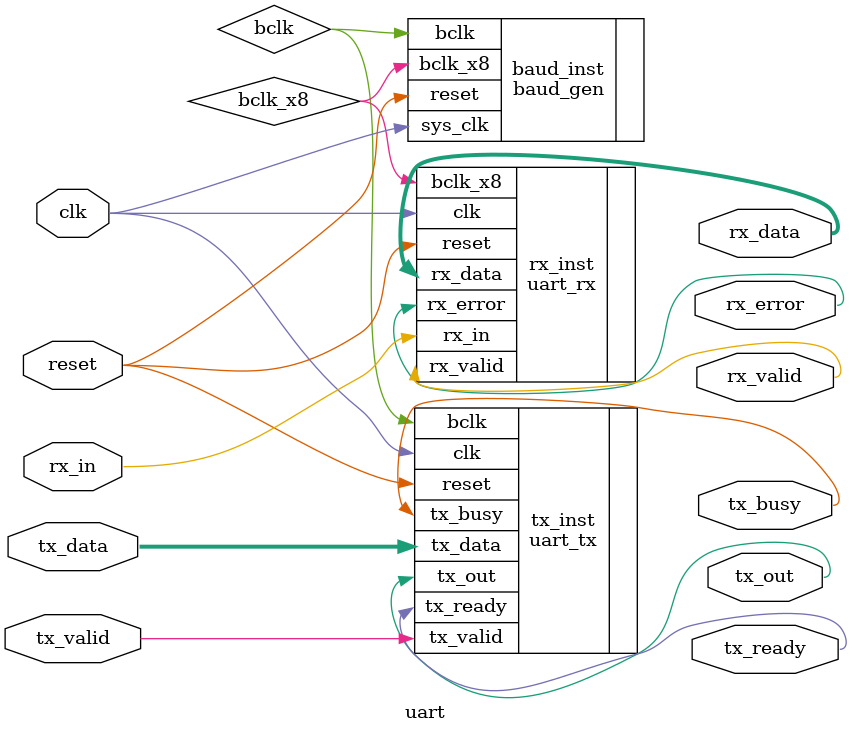
<source format=sv>
`timescale 1ns / 1ps
module uart (
    input  logic clk,
    input  logic reset,
    input  logic [7:0] tx_data,
    input  logic tx_valid,
    output logic tx_ready,
    output logic tx_busy,
    output logic tx_out,
    input  logic rx_in,
    output logic [7:0] rx_data,
    output logic rx_valid,
    output logic rx_error
);

    logic bclk, bclk_x8;

    // Baud Generator
    baud_gen #(
        .CLK_FREQ(100_000_000),
        .BAUD_RATE(9600)
    ) baud_inst (
        .sys_clk(clk),
        .reset(reset),
        .bclk(bclk),
        .bclk_x8(bclk_x8)
    );

    // UART Transmitter
    uart_tx tx_inst (
        .clk(clk),
        .reset(reset),
        .bclk(bclk),
        .tx_data(tx_data),
        .tx_valid(tx_valid),
        .tx_ready(tx_ready),
        .tx_busy(tx_busy),
        .tx_out(tx_out)
    );

    // UART Receiver
    uart_rx rx_inst (
        .clk(clk),
        .reset(reset),
        .bclk_x8(bclk_x8),
        .rx_in(rx_in),
        .rx_data(rx_data),
        .rx_valid(rx_valid),
        .rx_error(rx_error)
    );

endmodule

</source>
